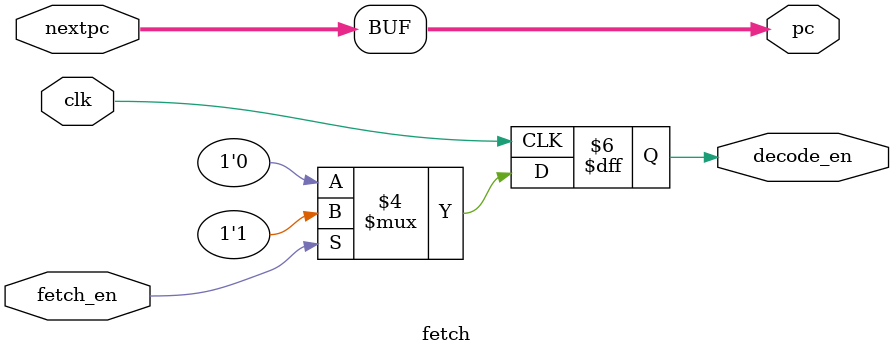
<source format=v>
module fetch (
  input wire clk,

  input wire fetch_en,
  output reg decode_en = 0,

  input wire [18:0] nextpc,

  output wire [18:0]  pc
  //input wire  [31:0] instr,

  //output wire  [31:0] instr_reg
  );

  always @(posedge clk) begin
    if (fetch_en) begin
      //instr_reg <= instr;
      decode_en <= 1;
    end else begin
      decode_en <= 0;
    end
  end

  assign pc = nextpc;

endmodule // fetch
</source>
